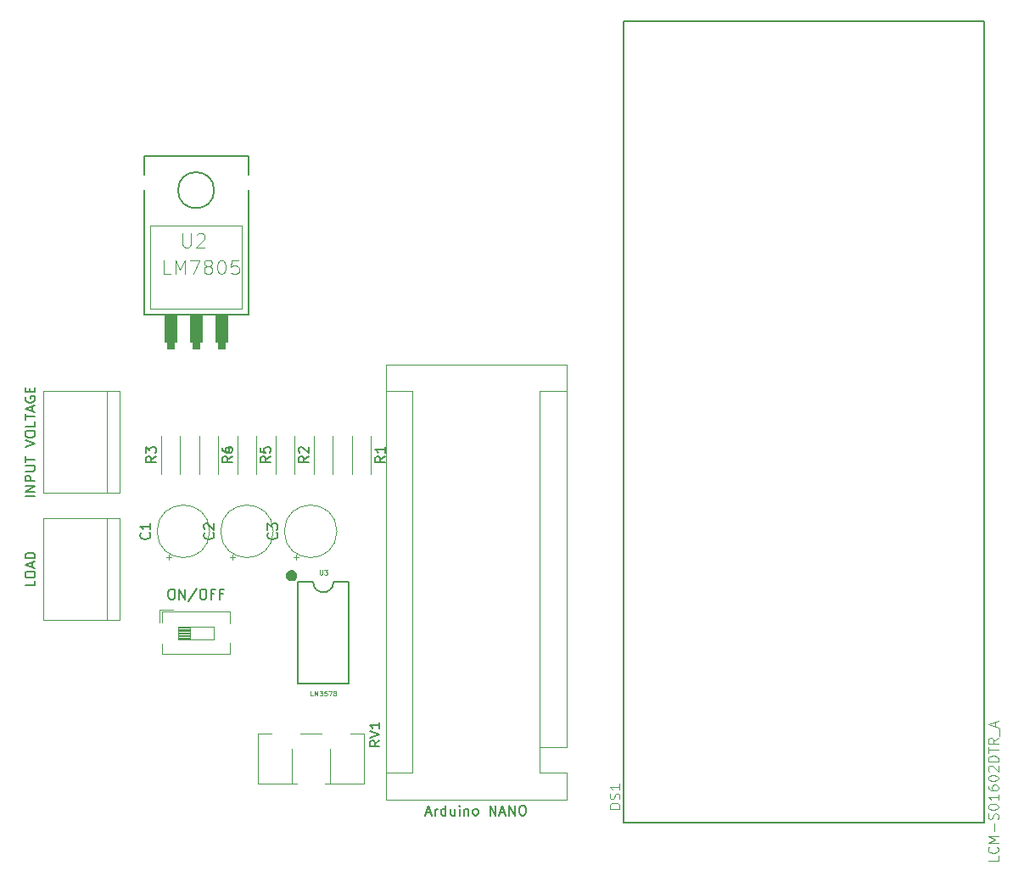
<source format=gto>
G04 #@! TF.GenerationSoftware,KiCad,Pcbnew,(5.1.2)-2*
G04 #@! TF.CreationDate,2019-09-02T15:00:53-07:00*
G04 #@! TF.ProjectId,watt meter,77617474-206d-4657-9465-722e6b696361,rev?*
G04 #@! TF.SameCoordinates,Original*
G04 #@! TF.FileFunction,Legend,Top*
G04 #@! TF.FilePolarity,Positive*
%FSLAX46Y46*%
G04 Gerber Fmt 4.6, Leading zero omitted, Abs format (unit mm)*
G04 Created by KiCad (PCBNEW (5.1.2)-2) date 2019-09-02 15:00:53*
%MOMM*%
%LPD*%
G04 APERTURE LIST*
%ADD10C,0.120000*%
%ADD11C,0.127000*%
%ADD12C,0.050800*%
%ADD13C,0.100000*%
%ADD14C,0.203200*%
%ADD15C,0.150000*%
%ADD16C,0.050000*%
G04 APERTURE END LIST*
D10*
X114300000Y-111760000D02*
X114300000Y-114300000D01*
X114300000Y-114300000D02*
X116970000Y-114300000D01*
X116970000Y-111760000D02*
X116970000Y-73530000D01*
X116970000Y-116970000D02*
X116970000Y-114300000D01*
X101600000Y-114300000D02*
X98930000Y-114300000D01*
X101600000Y-114300000D02*
X101600000Y-76200000D01*
X101600000Y-76200000D02*
X98930000Y-76200000D01*
X114300000Y-111760000D02*
X116970000Y-111760000D01*
X114300000Y-111760000D02*
X114300000Y-76200000D01*
X114300000Y-76200000D02*
X116970000Y-76200000D01*
X116970000Y-73530000D02*
X98930000Y-73530000D01*
X98930000Y-73530000D02*
X98930000Y-116970000D01*
X98930000Y-116970000D02*
X116970000Y-116970000D01*
X77015000Y-92744775D02*
X77515000Y-92744775D01*
X77265000Y-92994775D02*
X77265000Y-92494775D01*
X81360000Y-90190000D02*
G75*
G03X81360000Y-90190000I-2620000J0D01*
G01*
X87710000Y-90190000D02*
G75*
G03X87710000Y-90190000I-2620000J0D01*
G01*
X83615000Y-92994775D02*
X83615000Y-92494775D01*
X83365000Y-92744775D02*
X83865000Y-92744775D01*
X94060000Y-90190000D02*
G75*
G03X94060000Y-90190000I-2620000J0D01*
G01*
X89965000Y-92994775D02*
X89965000Y-92494775D01*
X89715000Y-92744775D02*
X90215000Y-92744775D01*
D11*
X122670000Y-119290000D02*
X158670000Y-119290000D01*
X158670000Y-119290000D02*
X158670000Y-39290000D01*
X158670000Y-39290000D02*
X122670000Y-39290000D01*
X122670000Y-39290000D02*
X122670000Y-119290000D01*
D10*
X71120000Y-76200000D02*
X71120000Y-86360000D01*
X72390000Y-76200000D02*
X64770000Y-76200000D01*
X64770000Y-76200000D02*
X64770000Y-86360000D01*
X64770000Y-86360000D02*
X72390000Y-86360000D01*
X72390000Y-86360000D02*
X72390000Y-76200000D01*
X72390000Y-99060000D02*
X72390000Y-88900000D01*
X64770000Y-99060000D02*
X72390000Y-99060000D01*
X64770000Y-88900000D02*
X64770000Y-99060000D01*
X72390000Y-88900000D02*
X64770000Y-88900000D01*
X71120000Y-88900000D02*
X71120000Y-99060000D01*
X95600000Y-80630000D02*
X95600000Y-84470000D01*
X97440000Y-80630000D02*
X97440000Y-84470000D01*
X91790000Y-84470000D02*
X91790000Y-80630000D01*
X93630000Y-84470000D02*
X93630000Y-80630000D01*
X76550000Y-84470000D02*
X76550000Y-80630000D01*
X78390000Y-84470000D02*
X78390000Y-80630000D01*
X80360000Y-80630000D02*
X80360000Y-84470000D01*
X82200000Y-80630000D02*
X82200000Y-84470000D01*
X87980000Y-84470000D02*
X87980000Y-80630000D01*
X89820000Y-84470000D02*
X89820000Y-80630000D01*
X86010000Y-84470000D02*
X86010000Y-80630000D01*
X84170000Y-84470000D02*
X84170000Y-80630000D01*
X96751000Y-110369000D02*
X96751000Y-115410000D01*
X86210000Y-110369000D02*
X86210000Y-115410000D01*
X96751000Y-115410000D02*
X92905000Y-115410000D01*
X90055000Y-115410000D02*
X86210000Y-115410000D01*
X87555000Y-110369000D02*
X86210000Y-110369000D01*
X96751000Y-110369000D02*
X95406000Y-110369000D01*
X92554000Y-110369000D02*
X90405000Y-110369000D01*
X93350000Y-111871000D02*
X93350000Y-115410000D01*
X89610000Y-111871000D02*
X89610000Y-115410000D01*
X92554000Y-110369000D02*
X90405000Y-110369000D01*
X93350000Y-115410000D02*
X92905000Y-115410000D01*
X90055000Y-115410000D02*
X89610000Y-115410000D01*
X76600000Y-98220000D02*
X83421000Y-98220000D01*
X76600000Y-102440000D02*
X83421000Y-102440000D01*
X76600000Y-98220000D02*
X76600000Y-99290000D01*
X76600000Y-101370000D02*
X76600000Y-102440000D01*
X83421000Y-98220000D02*
X83421000Y-99340000D01*
X83421000Y-101320000D02*
X83421000Y-102440000D01*
X76360000Y-97980000D02*
X77743000Y-97980000D01*
X76360000Y-97980000D02*
X76360000Y-99290000D01*
X78200000Y-99695000D02*
X78200000Y-100965000D01*
X78200000Y-100965000D02*
X81820000Y-100965000D01*
X81820000Y-100965000D02*
X81820000Y-99695000D01*
X81820000Y-99695000D02*
X78200000Y-99695000D01*
X78200000Y-99815000D02*
X79406667Y-99815000D01*
X78200000Y-99935000D02*
X79406667Y-99935000D01*
X78200000Y-100055000D02*
X79406667Y-100055000D01*
X78200000Y-100175000D02*
X79406667Y-100175000D01*
X78200000Y-100295000D02*
X79406667Y-100295000D01*
X78200000Y-100415000D02*
X79406667Y-100415000D01*
X78200000Y-100535000D02*
X79406667Y-100535000D01*
X78200000Y-100655000D02*
X79406667Y-100655000D01*
X78200000Y-100775000D02*
X79406667Y-100775000D01*
X78200000Y-100895000D02*
X79406667Y-100895000D01*
X79406667Y-99695000D02*
X79406667Y-100965000D01*
D11*
X74803000Y-68580000D02*
X85217000Y-68580000D01*
X85217000Y-52705000D02*
X74803000Y-52705000D01*
X85217000Y-68580000D02*
X85217000Y-56134000D01*
X85217000Y-54610000D02*
X85217000Y-52705000D01*
X74803000Y-68580000D02*
X74803000Y-56134000D01*
X74803000Y-54610000D02*
X74803000Y-52705000D01*
D12*
X75438000Y-67945000D02*
X84582000Y-67945000D01*
X84582000Y-59690000D02*
X84582000Y-67945000D01*
X84582000Y-59690000D02*
X75438000Y-59690000D01*
X75438000Y-67945000D02*
X75438000Y-59690000D01*
D11*
X81813400Y-56134000D02*
G75*
G03X81813400Y-56134000I-1803400J0D01*
G01*
D13*
G36*
X82169740Y-71374000D02*
G01*
X82931000Y-71374000D01*
X82931000Y-72010610D01*
X82169740Y-72010610D01*
X82169740Y-71374000D01*
G37*
G36*
X79628823Y-71374000D02*
G01*
X80391000Y-71374000D01*
X80391000Y-72011190D01*
X79628823Y-72011190D01*
X79628823Y-71374000D01*
G37*
G36*
X77087710Y-71374000D02*
G01*
X77851000Y-71374000D01*
X77851000Y-72011080D01*
X77087710Y-72011080D01*
X77087710Y-71374000D01*
G37*
G36*
X76829460Y-68580000D02*
G01*
X78105000Y-68580000D01*
X78105000Y-71381090D01*
X76829460Y-71381090D01*
X76829460Y-68580000D01*
G37*
G36*
X79374119Y-68580000D02*
G01*
X80645000Y-68580000D01*
X80645000Y-71379640D01*
X79374119Y-71379640D01*
X79374119Y-68580000D01*
G37*
G36*
X81917130Y-68580000D02*
G01*
X83185000Y-68580000D01*
X83185000Y-71378550D01*
X81917130Y-71378550D01*
X81917130Y-68580000D01*
G37*
D14*
X95250000Y-105410000D02*
X95250000Y-95250000D01*
X90170000Y-95250000D02*
X90170000Y-105410000D01*
X95250000Y-105410000D02*
X90170000Y-105410000D01*
X95250000Y-95250000D02*
X93726000Y-95250000D01*
X90170000Y-95250000D02*
X91694000Y-95250000D01*
X91694000Y-95250000D02*
G75*
G03X93726000Y-95250000I1016000J0D01*
G01*
D11*
G36*
X89535000Y-94138750D02*
G01*
X89547470Y-94138750D01*
X89572380Y-94140060D01*
X89597180Y-94142660D01*
X89621820Y-94146560D01*
X89646210Y-94151750D01*
X89670310Y-94158200D01*
X89694030Y-94165910D01*
X89717310Y-94174850D01*
X89740100Y-94185000D01*
X89762320Y-94196320D01*
X89783920Y-94208790D01*
X89804840Y-94222370D01*
X89825020Y-94237030D01*
X89844400Y-94252730D01*
X89862940Y-94269420D01*
X89880580Y-94287060D01*
X89897270Y-94305590D01*
X89912960Y-94324980D01*
X89927620Y-94345150D01*
X89941210Y-94366070D01*
X89953680Y-94387670D01*
X89965000Y-94409900D01*
X89975150Y-94432680D01*
X89984090Y-94455970D01*
X89991790Y-94479690D01*
X89998250Y-94503780D01*
X90003440Y-94528180D01*
X90007340Y-94552810D01*
X90009940Y-94577620D01*
X90011250Y-94602530D01*
X90011250Y-94615000D01*
X90011250Y-94627470D01*
X90009940Y-94652380D01*
X90007340Y-94677180D01*
X90003440Y-94701820D01*
X89998250Y-94726210D01*
X89991800Y-94750310D01*
X89984090Y-94774030D01*
X89975150Y-94797310D01*
X89965000Y-94820100D01*
X89953680Y-94842320D01*
X89941210Y-94863920D01*
X89927630Y-94884840D01*
X89912970Y-94905020D01*
X89897270Y-94924400D01*
X89880580Y-94942940D01*
X89862940Y-94960580D01*
X89844410Y-94977270D01*
X89825020Y-94992960D01*
X89804850Y-95007620D01*
X89783930Y-95021210D01*
X89762330Y-95033680D01*
X89740100Y-95045000D01*
X89717320Y-95055150D01*
X89694030Y-95064090D01*
X89670310Y-95071790D01*
X89646220Y-95078250D01*
X89621820Y-95083440D01*
X89597190Y-95087340D01*
X89572380Y-95089940D01*
X89547470Y-95091250D01*
X89535000Y-95091250D01*
X89522530Y-95091250D01*
X89497620Y-95089940D01*
X89472820Y-95087340D01*
X89448180Y-95083440D01*
X89423790Y-95078250D01*
X89399690Y-95071800D01*
X89375970Y-95064090D01*
X89352690Y-95055150D01*
X89329900Y-95045000D01*
X89307680Y-95033680D01*
X89286080Y-95021210D01*
X89265160Y-95007630D01*
X89244980Y-94992970D01*
X89225600Y-94977270D01*
X89207060Y-94960580D01*
X89189420Y-94942940D01*
X89172730Y-94924410D01*
X89157040Y-94905020D01*
X89142380Y-94884850D01*
X89128790Y-94863930D01*
X89116320Y-94842330D01*
X89105000Y-94820100D01*
X89094850Y-94797320D01*
X89085910Y-94774030D01*
X89078210Y-94750310D01*
X89071750Y-94726220D01*
X89066560Y-94701820D01*
X89062660Y-94677190D01*
X89060060Y-94652380D01*
X89058750Y-94627470D01*
X89058750Y-94615000D01*
X89058750Y-94602530D01*
X89060060Y-94577620D01*
X89062660Y-94552820D01*
X89066560Y-94528180D01*
X89071750Y-94503790D01*
X89078200Y-94479690D01*
X89085910Y-94455970D01*
X89094850Y-94432690D01*
X89105000Y-94409900D01*
X89116320Y-94387680D01*
X89128790Y-94366080D01*
X89142370Y-94345160D01*
X89157030Y-94324980D01*
X89172730Y-94305600D01*
X89189420Y-94287060D01*
X89207060Y-94269420D01*
X89225590Y-94252730D01*
X89244980Y-94237040D01*
X89265150Y-94222380D01*
X89286070Y-94208790D01*
X89307670Y-94196320D01*
X89329900Y-94185000D01*
X89352680Y-94174850D01*
X89375970Y-94165910D01*
X89399690Y-94158210D01*
X89423780Y-94151750D01*
X89448180Y-94146560D01*
X89472810Y-94142660D01*
X89497620Y-94140060D01*
X89522530Y-94138750D01*
X89535000Y-94138750D01*
G37*
X89535000Y-94138750D02*
X89547470Y-94138750D01*
X89572380Y-94140060D01*
X89597180Y-94142660D01*
X89621820Y-94146560D01*
X89646210Y-94151750D01*
X89670310Y-94158200D01*
X89694030Y-94165910D01*
X89717310Y-94174850D01*
X89740100Y-94185000D01*
X89762320Y-94196320D01*
X89783920Y-94208790D01*
X89804840Y-94222370D01*
X89825020Y-94237030D01*
X89844400Y-94252730D01*
X89862940Y-94269420D01*
X89880580Y-94287060D01*
X89897270Y-94305590D01*
X89912960Y-94324980D01*
X89927620Y-94345150D01*
X89941210Y-94366070D01*
X89953680Y-94387670D01*
X89965000Y-94409900D01*
X89975150Y-94432680D01*
X89984090Y-94455970D01*
X89991790Y-94479690D01*
X89998250Y-94503780D01*
X90003440Y-94528180D01*
X90007340Y-94552810D01*
X90009940Y-94577620D01*
X90011250Y-94602530D01*
X90011250Y-94615000D01*
X90011250Y-94627470D01*
X90009940Y-94652380D01*
X90007340Y-94677180D01*
X90003440Y-94701820D01*
X89998250Y-94726210D01*
X89991800Y-94750310D01*
X89984090Y-94774030D01*
X89975150Y-94797310D01*
X89965000Y-94820100D01*
X89953680Y-94842320D01*
X89941210Y-94863920D01*
X89927630Y-94884840D01*
X89912970Y-94905020D01*
X89897270Y-94924400D01*
X89880580Y-94942940D01*
X89862940Y-94960580D01*
X89844410Y-94977270D01*
X89825020Y-94992960D01*
X89804850Y-95007620D01*
X89783930Y-95021210D01*
X89762330Y-95033680D01*
X89740100Y-95045000D01*
X89717320Y-95055150D01*
X89694030Y-95064090D01*
X89670310Y-95071790D01*
X89646220Y-95078250D01*
X89621820Y-95083440D01*
X89597190Y-95087340D01*
X89572380Y-95089940D01*
X89547470Y-95091250D01*
X89535000Y-95091250D01*
X89522530Y-95091250D01*
X89497620Y-95089940D01*
X89472820Y-95087340D01*
X89448180Y-95083440D01*
X89423790Y-95078250D01*
X89399690Y-95071800D01*
X89375970Y-95064090D01*
X89352690Y-95055150D01*
X89329900Y-95045000D01*
X89307680Y-95033680D01*
X89286080Y-95021210D01*
X89265160Y-95007630D01*
X89244980Y-94992970D01*
X89225600Y-94977270D01*
X89207060Y-94960580D01*
X89189420Y-94942940D01*
X89172730Y-94924410D01*
X89157040Y-94905020D01*
X89142380Y-94884850D01*
X89128790Y-94863930D01*
X89116320Y-94842330D01*
X89105000Y-94820100D01*
X89094850Y-94797320D01*
X89085910Y-94774030D01*
X89078210Y-94750310D01*
X89071750Y-94726220D01*
X89066560Y-94701820D01*
X89062660Y-94677190D01*
X89060060Y-94652380D01*
X89058750Y-94627470D01*
X89058750Y-94615000D01*
X89058750Y-94602530D01*
X89060060Y-94577620D01*
X89062660Y-94552820D01*
X89066560Y-94528180D01*
X89071750Y-94503790D01*
X89078200Y-94479690D01*
X89085910Y-94455970D01*
X89094850Y-94432690D01*
X89105000Y-94409900D01*
X89116320Y-94387680D01*
X89128790Y-94366080D01*
X89142370Y-94345160D01*
X89157030Y-94324980D01*
X89172730Y-94305600D01*
X89189420Y-94287060D01*
X89207060Y-94269420D01*
X89225590Y-94252730D01*
X89244980Y-94237040D01*
X89265150Y-94222380D01*
X89286070Y-94208790D01*
X89307670Y-94196320D01*
X89329900Y-94185000D01*
X89352680Y-94174850D01*
X89375970Y-94165910D01*
X89399690Y-94158210D01*
X89423780Y-94151750D01*
X89448180Y-94146560D01*
X89472810Y-94142660D01*
X89497620Y-94140060D01*
X89522530Y-94138750D01*
X89535000Y-94138750D01*
D15*
X102973809Y-118276666D02*
X103450000Y-118276666D01*
X102878571Y-118562380D02*
X103211904Y-117562380D01*
X103545238Y-118562380D01*
X103878571Y-118562380D02*
X103878571Y-117895714D01*
X103878571Y-118086190D02*
X103926190Y-117990952D01*
X103973809Y-117943333D01*
X104069047Y-117895714D01*
X104164285Y-117895714D01*
X104926190Y-118562380D02*
X104926190Y-117562380D01*
X104926190Y-118514761D02*
X104830952Y-118562380D01*
X104640476Y-118562380D01*
X104545238Y-118514761D01*
X104497619Y-118467142D01*
X104450000Y-118371904D01*
X104450000Y-118086190D01*
X104497619Y-117990952D01*
X104545238Y-117943333D01*
X104640476Y-117895714D01*
X104830952Y-117895714D01*
X104926190Y-117943333D01*
X105830952Y-117895714D02*
X105830952Y-118562380D01*
X105402380Y-117895714D02*
X105402380Y-118419523D01*
X105450000Y-118514761D01*
X105545238Y-118562380D01*
X105688095Y-118562380D01*
X105783333Y-118514761D01*
X105830952Y-118467142D01*
X106307142Y-118562380D02*
X106307142Y-117895714D01*
X106307142Y-117562380D02*
X106259523Y-117610000D01*
X106307142Y-117657619D01*
X106354761Y-117610000D01*
X106307142Y-117562380D01*
X106307142Y-117657619D01*
X106783333Y-117895714D02*
X106783333Y-118562380D01*
X106783333Y-117990952D02*
X106830952Y-117943333D01*
X106926190Y-117895714D01*
X107069047Y-117895714D01*
X107164285Y-117943333D01*
X107211904Y-118038571D01*
X107211904Y-118562380D01*
X107830952Y-118562380D02*
X107735714Y-118514761D01*
X107688095Y-118467142D01*
X107640476Y-118371904D01*
X107640476Y-118086190D01*
X107688095Y-117990952D01*
X107735714Y-117943333D01*
X107830952Y-117895714D01*
X107973809Y-117895714D01*
X108069047Y-117943333D01*
X108116666Y-117990952D01*
X108164285Y-118086190D01*
X108164285Y-118371904D01*
X108116666Y-118467142D01*
X108069047Y-118514761D01*
X107973809Y-118562380D01*
X107830952Y-118562380D01*
X109354761Y-118562380D02*
X109354761Y-117562380D01*
X109926190Y-118562380D01*
X109926190Y-117562380D01*
X110354761Y-118276666D02*
X110830952Y-118276666D01*
X110259523Y-118562380D02*
X110592857Y-117562380D01*
X110926190Y-118562380D01*
X111259523Y-118562380D02*
X111259523Y-117562380D01*
X111830952Y-118562380D01*
X111830952Y-117562380D01*
X112497619Y-117562380D02*
X112688095Y-117562380D01*
X112783333Y-117610000D01*
X112878571Y-117705238D01*
X112926190Y-117895714D01*
X112926190Y-118229047D01*
X112878571Y-118419523D01*
X112783333Y-118514761D01*
X112688095Y-118562380D01*
X112497619Y-118562380D01*
X112402380Y-118514761D01*
X112307142Y-118419523D01*
X112259523Y-118229047D01*
X112259523Y-117895714D01*
X112307142Y-117705238D01*
X112402380Y-117610000D01*
X112497619Y-117562380D01*
X75347142Y-90356666D02*
X75394761Y-90404285D01*
X75442380Y-90547142D01*
X75442380Y-90642380D01*
X75394761Y-90785238D01*
X75299523Y-90880476D01*
X75204285Y-90928095D01*
X75013809Y-90975714D01*
X74870952Y-90975714D01*
X74680476Y-90928095D01*
X74585238Y-90880476D01*
X74490000Y-90785238D01*
X74442380Y-90642380D01*
X74442380Y-90547142D01*
X74490000Y-90404285D01*
X74537619Y-90356666D01*
X75442380Y-89404285D02*
X75442380Y-89975714D01*
X75442380Y-89690000D02*
X74442380Y-89690000D01*
X74585238Y-89785238D01*
X74680476Y-89880476D01*
X74728095Y-89975714D01*
X81697142Y-90356666D02*
X81744761Y-90404285D01*
X81792380Y-90547142D01*
X81792380Y-90642380D01*
X81744761Y-90785238D01*
X81649523Y-90880476D01*
X81554285Y-90928095D01*
X81363809Y-90975714D01*
X81220952Y-90975714D01*
X81030476Y-90928095D01*
X80935238Y-90880476D01*
X80840000Y-90785238D01*
X80792380Y-90642380D01*
X80792380Y-90547142D01*
X80840000Y-90404285D01*
X80887619Y-90356666D01*
X80887619Y-89975714D02*
X80840000Y-89928095D01*
X80792380Y-89832857D01*
X80792380Y-89594761D01*
X80840000Y-89499523D01*
X80887619Y-89451904D01*
X80982857Y-89404285D01*
X81078095Y-89404285D01*
X81220952Y-89451904D01*
X81792380Y-90023333D01*
X81792380Y-89404285D01*
X88047142Y-90356666D02*
X88094761Y-90404285D01*
X88142380Y-90547142D01*
X88142380Y-90642380D01*
X88094761Y-90785238D01*
X87999523Y-90880476D01*
X87904285Y-90928095D01*
X87713809Y-90975714D01*
X87570952Y-90975714D01*
X87380476Y-90928095D01*
X87285238Y-90880476D01*
X87190000Y-90785238D01*
X87142380Y-90642380D01*
X87142380Y-90547142D01*
X87190000Y-90404285D01*
X87237619Y-90356666D01*
X87142380Y-90023333D02*
X87142380Y-89404285D01*
X87523333Y-89737619D01*
X87523333Y-89594761D01*
X87570952Y-89499523D01*
X87618571Y-89451904D01*
X87713809Y-89404285D01*
X87951904Y-89404285D01*
X88047142Y-89451904D01*
X88094761Y-89499523D01*
X88142380Y-89594761D01*
X88142380Y-89880476D01*
X88094761Y-89975714D01*
X88047142Y-90023333D01*
D16*
X122281425Y-117876874D02*
X121281105Y-117876874D01*
X121281105Y-117638702D01*
X121328740Y-117495800D01*
X121424008Y-117400531D01*
X121519277Y-117352897D01*
X121709814Y-117305262D01*
X121852717Y-117305262D01*
X122043254Y-117352897D01*
X122138522Y-117400531D01*
X122233791Y-117495800D01*
X122281425Y-117638702D01*
X122281425Y-117876874D01*
X122233791Y-116924188D02*
X122281425Y-116781285D01*
X122281425Y-116543114D01*
X122233791Y-116447845D01*
X122186157Y-116400211D01*
X122090888Y-116352577D01*
X121995620Y-116352577D01*
X121900351Y-116400211D01*
X121852717Y-116447845D01*
X121805082Y-116543114D01*
X121757448Y-116733651D01*
X121709814Y-116828920D01*
X121662180Y-116876554D01*
X121566911Y-116924188D01*
X121471642Y-116924188D01*
X121376374Y-116876554D01*
X121328740Y-116828920D01*
X121281105Y-116733651D01*
X121281105Y-116495480D01*
X121328740Y-116352577D01*
X122281425Y-115399891D02*
X122281425Y-115971502D01*
X122281425Y-115685697D02*
X121281105Y-115685697D01*
X121424008Y-115780965D01*
X121519277Y-115876234D01*
X121566911Y-115971502D01*
X160062064Y-122600164D02*
X160062064Y-123076969D01*
X159060774Y-123076969D01*
X159966703Y-121694235D02*
X160014384Y-121741915D01*
X160062064Y-121884957D01*
X160062064Y-121980318D01*
X160014384Y-122123359D01*
X159919023Y-122218720D01*
X159823662Y-122266400D01*
X159632940Y-122314081D01*
X159489898Y-122314081D01*
X159299176Y-122266400D01*
X159203815Y-122218720D01*
X159108455Y-122123359D01*
X159060774Y-121980318D01*
X159060774Y-121884957D01*
X159108455Y-121741915D01*
X159156135Y-121694235D01*
X160062064Y-121265110D02*
X159060774Y-121265110D01*
X159775981Y-120931347D01*
X159060774Y-120597584D01*
X160062064Y-120597584D01*
X159680620Y-120120779D02*
X159680620Y-119357891D01*
X160014384Y-118928767D02*
X160062064Y-118785726D01*
X160062064Y-118547323D01*
X160014384Y-118451962D01*
X159966703Y-118404282D01*
X159871342Y-118356601D01*
X159775981Y-118356601D01*
X159680620Y-118404282D01*
X159632940Y-118451962D01*
X159585259Y-118547323D01*
X159537579Y-118738045D01*
X159489898Y-118833406D01*
X159442218Y-118881087D01*
X159346857Y-118928767D01*
X159251496Y-118928767D01*
X159156135Y-118881087D01*
X159108455Y-118833406D01*
X159060774Y-118738045D01*
X159060774Y-118499643D01*
X159108455Y-118356601D01*
X159060774Y-117736755D02*
X159060774Y-117641394D01*
X159108455Y-117546033D01*
X159156135Y-117498353D01*
X159251496Y-117450672D01*
X159442218Y-117402992D01*
X159680620Y-117402992D01*
X159871342Y-117450672D01*
X159966703Y-117498353D01*
X160014384Y-117546033D01*
X160062064Y-117641394D01*
X160062064Y-117736755D01*
X160014384Y-117832116D01*
X159966703Y-117879797D01*
X159871342Y-117927477D01*
X159680620Y-117975158D01*
X159442218Y-117975158D01*
X159251496Y-117927477D01*
X159156135Y-117879797D01*
X159108455Y-117832116D01*
X159060774Y-117736755D01*
X160062064Y-116449382D02*
X160062064Y-117021548D01*
X160062064Y-116735465D02*
X159060774Y-116735465D01*
X159203815Y-116830826D01*
X159299176Y-116926187D01*
X159346857Y-117021548D01*
X159060774Y-115591134D02*
X159060774Y-115781856D01*
X159108455Y-115877217D01*
X159156135Y-115924897D01*
X159299176Y-116020258D01*
X159489898Y-116067939D01*
X159871342Y-116067939D01*
X159966703Y-116020258D01*
X160014384Y-115972578D01*
X160062064Y-115877217D01*
X160062064Y-115686495D01*
X160014384Y-115591134D01*
X159966703Y-115543453D01*
X159871342Y-115495773D01*
X159632940Y-115495773D01*
X159537579Y-115543453D01*
X159489898Y-115591134D01*
X159442218Y-115686495D01*
X159442218Y-115877217D01*
X159489898Y-115972578D01*
X159537579Y-116020258D01*
X159632940Y-116067939D01*
X159060774Y-114875927D02*
X159060774Y-114780566D01*
X159108455Y-114685205D01*
X159156135Y-114637524D01*
X159251496Y-114589844D01*
X159442218Y-114542163D01*
X159680620Y-114542163D01*
X159871342Y-114589844D01*
X159966703Y-114637524D01*
X160014384Y-114685205D01*
X160062064Y-114780566D01*
X160062064Y-114875927D01*
X160014384Y-114971288D01*
X159966703Y-115018968D01*
X159871342Y-115066649D01*
X159680620Y-115114329D01*
X159442218Y-115114329D01*
X159251496Y-115066649D01*
X159156135Y-115018968D01*
X159108455Y-114971288D01*
X159060774Y-114875927D01*
X159156135Y-114160720D02*
X159108455Y-114113039D01*
X159060774Y-114017678D01*
X159060774Y-113779276D01*
X159108455Y-113683915D01*
X159156135Y-113636234D01*
X159251496Y-113588554D01*
X159346857Y-113588554D01*
X159489898Y-113636234D01*
X160062064Y-114208400D01*
X160062064Y-113588554D01*
X160062064Y-113159430D02*
X159060774Y-113159430D01*
X159060774Y-112921027D01*
X159108455Y-112777986D01*
X159203815Y-112682625D01*
X159299176Y-112634944D01*
X159489898Y-112587264D01*
X159632940Y-112587264D01*
X159823662Y-112634944D01*
X159919023Y-112682625D01*
X160014384Y-112777986D01*
X160062064Y-112921027D01*
X160062064Y-113159430D01*
X159060774Y-112301181D02*
X159060774Y-111729015D01*
X160062064Y-112015098D02*
X159060774Y-112015098D01*
X160062064Y-110823086D02*
X159585259Y-111156850D01*
X160062064Y-111395252D02*
X159060774Y-111395252D01*
X159060774Y-111013808D01*
X159108455Y-110918447D01*
X159156135Y-110870767D01*
X159251496Y-110823086D01*
X159394537Y-110823086D01*
X159489898Y-110870767D01*
X159537579Y-110918447D01*
X159585259Y-111013808D01*
X159585259Y-111395252D01*
X160157425Y-110632364D02*
X160157425Y-109869477D01*
X159775981Y-109678755D02*
X159775981Y-109201950D01*
X160062064Y-109774116D02*
X159060774Y-109440352D01*
X160062064Y-109106589D01*
D15*
X63952380Y-86708571D02*
X62952380Y-86708571D01*
X63952380Y-86232380D02*
X62952380Y-86232380D01*
X63952380Y-85660952D01*
X62952380Y-85660952D01*
X63952380Y-85184761D02*
X62952380Y-85184761D01*
X62952380Y-84803809D01*
X63000000Y-84708571D01*
X63047619Y-84660952D01*
X63142857Y-84613333D01*
X63285714Y-84613333D01*
X63380952Y-84660952D01*
X63428571Y-84708571D01*
X63476190Y-84803809D01*
X63476190Y-85184761D01*
X62952380Y-84184761D02*
X63761904Y-84184761D01*
X63857142Y-84137142D01*
X63904761Y-84089523D01*
X63952380Y-83994285D01*
X63952380Y-83803809D01*
X63904761Y-83708571D01*
X63857142Y-83660952D01*
X63761904Y-83613333D01*
X62952380Y-83613333D01*
X62952380Y-83280000D02*
X62952380Y-82708571D01*
X63952380Y-82994285D02*
X62952380Y-82994285D01*
X62952380Y-81756190D02*
X63952380Y-81422857D01*
X62952380Y-81089523D01*
X62952380Y-80565714D02*
X62952380Y-80375238D01*
X63000000Y-80280000D01*
X63095238Y-80184761D01*
X63285714Y-80137142D01*
X63619047Y-80137142D01*
X63809523Y-80184761D01*
X63904761Y-80280000D01*
X63952380Y-80375238D01*
X63952380Y-80565714D01*
X63904761Y-80660952D01*
X63809523Y-80756190D01*
X63619047Y-80803809D01*
X63285714Y-80803809D01*
X63095238Y-80756190D01*
X63000000Y-80660952D01*
X62952380Y-80565714D01*
X63952380Y-79232380D02*
X63952380Y-79708571D01*
X62952380Y-79708571D01*
X62952380Y-79041904D02*
X62952380Y-78470476D01*
X63952380Y-78756190D02*
X62952380Y-78756190D01*
X63666666Y-78184761D02*
X63666666Y-77708571D01*
X63952380Y-78280000D02*
X62952380Y-77946666D01*
X63952380Y-77613333D01*
X63000000Y-76756190D02*
X62952380Y-76851428D01*
X62952380Y-76994285D01*
X63000000Y-77137142D01*
X63095238Y-77232380D01*
X63190476Y-77280000D01*
X63380952Y-77327619D01*
X63523809Y-77327619D01*
X63714285Y-77280000D01*
X63809523Y-77232380D01*
X63904761Y-77137142D01*
X63952380Y-76994285D01*
X63952380Y-76899047D01*
X63904761Y-76756190D01*
X63857142Y-76708571D01*
X63523809Y-76708571D01*
X63523809Y-76899047D01*
X63428571Y-76280000D02*
X63428571Y-75946666D01*
X63952380Y-75803809D02*
X63952380Y-76280000D01*
X62952380Y-76280000D01*
X62952380Y-75803809D01*
X63952380Y-95122857D02*
X63952380Y-95599047D01*
X62952380Y-95599047D01*
X62952380Y-94599047D02*
X62952380Y-94408571D01*
X63000000Y-94313333D01*
X63095238Y-94218095D01*
X63285714Y-94170476D01*
X63619047Y-94170476D01*
X63809523Y-94218095D01*
X63904761Y-94313333D01*
X63952380Y-94408571D01*
X63952380Y-94599047D01*
X63904761Y-94694285D01*
X63809523Y-94789523D01*
X63619047Y-94837142D01*
X63285714Y-94837142D01*
X63095238Y-94789523D01*
X63000000Y-94694285D01*
X62952380Y-94599047D01*
X63666666Y-93789523D02*
X63666666Y-93313333D01*
X63952380Y-93884761D02*
X62952380Y-93551428D01*
X63952380Y-93218095D01*
X63952380Y-92884761D02*
X62952380Y-92884761D01*
X62952380Y-92646666D01*
X63000000Y-92503809D01*
X63095238Y-92408571D01*
X63190476Y-92360952D01*
X63380952Y-92313333D01*
X63523809Y-92313333D01*
X63714285Y-92360952D01*
X63809523Y-92408571D01*
X63904761Y-92503809D01*
X63952380Y-92646666D01*
X63952380Y-92884761D01*
X98892380Y-82716666D02*
X98416190Y-83050000D01*
X98892380Y-83288095D02*
X97892380Y-83288095D01*
X97892380Y-82907142D01*
X97940000Y-82811904D01*
X97987619Y-82764285D01*
X98082857Y-82716666D01*
X98225714Y-82716666D01*
X98320952Y-82764285D01*
X98368571Y-82811904D01*
X98416190Y-82907142D01*
X98416190Y-83288095D01*
X98892380Y-81764285D02*
X98892380Y-82335714D01*
X98892380Y-82050000D02*
X97892380Y-82050000D01*
X98035238Y-82145238D01*
X98130476Y-82240476D01*
X98178095Y-82335714D01*
X91242380Y-82716666D02*
X90766190Y-83050000D01*
X91242380Y-83288095D02*
X90242380Y-83288095D01*
X90242380Y-82907142D01*
X90290000Y-82811904D01*
X90337619Y-82764285D01*
X90432857Y-82716666D01*
X90575714Y-82716666D01*
X90670952Y-82764285D01*
X90718571Y-82811904D01*
X90766190Y-82907142D01*
X90766190Y-83288095D01*
X90337619Y-82335714D02*
X90290000Y-82288095D01*
X90242380Y-82192857D01*
X90242380Y-81954761D01*
X90290000Y-81859523D01*
X90337619Y-81811904D01*
X90432857Y-81764285D01*
X90528095Y-81764285D01*
X90670952Y-81811904D01*
X91242380Y-82383333D01*
X91242380Y-81764285D01*
X76002380Y-82716666D02*
X75526190Y-83050000D01*
X76002380Y-83288095D02*
X75002380Y-83288095D01*
X75002380Y-82907142D01*
X75050000Y-82811904D01*
X75097619Y-82764285D01*
X75192857Y-82716666D01*
X75335714Y-82716666D01*
X75430952Y-82764285D01*
X75478571Y-82811904D01*
X75526190Y-82907142D01*
X75526190Y-83288095D01*
X75002380Y-82383333D02*
X75002380Y-81764285D01*
X75383333Y-82097619D01*
X75383333Y-81954761D01*
X75430952Y-81859523D01*
X75478571Y-81811904D01*
X75573809Y-81764285D01*
X75811904Y-81764285D01*
X75907142Y-81811904D01*
X75954761Y-81859523D01*
X76002380Y-81954761D01*
X76002380Y-82240476D01*
X75954761Y-82335714D01*
X75907142Y-82383333D01*
X83652380Y-82716666D02*
X83176190Y-83050000D01*
X83652380Y-83288095D02*
X82652380Y-83288095D01*
X82652380Y-82907142D01*
X82700000Y-82811904D01*
X82747619Y-82764285D01*
X82842857Y-82716666D01*
X82985714Y-82716666D01*
X83080952Y-82764285D01*
X83128571Y-82811904D01*
X83176190Y-82907142D01*
X83176190Y-83288095D01*
X82985714Y-81859523D02*
X83652380Y-81859523D01*
X82604761Y-82097619D02*
X83319047Y-82335714D01*
X83319047Y-81716666D01*
X87432380Y-82716666D02*
X86956190Y-83050000D01*
X87432380Y-83288095D02*
X86432380Y-83288095D01*
X86432380Y-82907142D01*
X86480000Y-82811904D01*
X86527619Y-82764285D01*
X86622857Y-82716666D01*
X86765714Y-82716666D01*
X86860952Y-82764285D01*
X86908571Y-82811904D01*
X86956190Y-82907142D01*
X86956190Y-83288095D01*
X86432380Y-81811904D02*
X86432380Y-82288095D01*
X86908571Y-82335714D01*
X86860952Y-82288095D01*
X86813333Y-82192857D01*
X86813333Y-81954761D01*
X86860952Y-81859523D01*
X86908571Y-81811904D01*
X87003809Y-81764285D01*
X87241904Y-81764285D01*
X87337142Y-81811904D01*
X87384761Y-81859523D01*
X87432380Y-81954761D01*
X87432380Y-82192857D01*
X87384761Y-82288095D01*
X87337142Y-82335714D01*
X83622380Y-82716666D02*
X83146190Y-83050000D01*
X83622380Y-83288095D02*
X82622380Y-83288095D01*
X82622380Y-82907142D01*
X82670000Y-82811904D01*
X82717619Y-82764285D01*
X82812857Y-82716666D01*
X82955714Y-82716666D01*
X83050952Y-82764285D01*
X83098571Y-82811904D01*
X83146190Y-82907142D01*
X83146190Y-83288095D01*
X82622380Y-81859523D02*
X82622380Y-82050000D01*
X82670000Y-82145238D01*
X82717619Y-82192857D01*
X82860476Y-82288095D01*
X83050952Y-82335714D01*
X83431904Y-82335714D01*
X83527142Y-82288095D01*
X83574761Y-82240476D01*
X83622380Y-82145238D01*
X83622380Y-81954761D01*
X83574761Y-81859523D01*
X83527142Y-81811904D01*
X83431904Y-81764285D01*
X83193809Y-81764285D01*
X83098571Y-81811904D01*
X83050952Y-81859523D01*
X83003333Y-81954761D01*
X83003333Y-82145238D01*
X83050952Y-82240476D01*
X83098571Y-82288095D01*
X83193809Y-82335714D01*
X98332380Y-111085238D02*
X97856190Y-111418571D01*
X98332380Y-111656666D02*
X97332380Y-111656666D01*
X97332380Y-111275714D01*
X97380000Y-111180476D01*
X97427619Y-111132857D01*
X97522857Y-111085238D01*
X97665714Y-111085238D01*
X97760952Y-111132857D01*
X97808571Y-111180476D01*
X97856190Y-111275714D01*
X97856190Y-111656666D01*
X97332380Y-110799523D02*
X98332380Y-110466190D01*
X97332380Y-110132857D01*
X98332380Y-109275714D02*
X98332380Y-109847142D01*
X98332380Y-109561428D02*
X97332380Y-109561428D01*
X97475238Y-109656666D01*
X97570476Y-109751904D01*
X97618095Y-109847142D01*
X77486190Y-95972380D02*
X77676666Y-95972380D01*
X77771904Y-96020000D01*
X77867142Y-96115238D01*
X77914761Y-96305714D01*
X77914761Y-96639047D01*
X77867142Y-96829523D01*
X77771904Y-96924761D01*
X77676666Y-96972380D01*
X77486190Y-96972380D01*
X77390952Y-96924761D01*
X77295714Y-96829523D01*
X77248095Y-96639047D01*
X77248095Y-96305714D01*
X77295714Y-96115238D01*
X77390952Y-96020000D01*
X77486190Y-95972380D01*
X78343333Y-96972380D02*
X78343333Y-95972380D01*
X78914761Y-96972380D01*
X78914761Y-95972380D01*
X80105238Y-95924761D02*
X79248095Y-97210476D01*
X80629047Y-95972380D02*
X80819523Y-95972380D01*
X80914761Y-96020000D01*
X81010000Y-96115238D01*
X81057619Y-96305714D01*
X81057619Y-96639047D01*
X81010000Y-96829523D01*
X80914761Y-96924761D01*
X80819523Y-96972380D01*
X80629047Y-96972380D01*
X80533809Y-96924761D01*
X80438571Y-96829523D01*
X80390952Y-96639047D01*
X80390952Y-96305714D01*
X80438571Y-96115238D01*
X80533809Y-96020000D01*
X80629047Y-95972380D01*
X81819523Y-96448571D02*
X81486190Y-96448571D01*
X81486190Y-96972380D02*
X81486190Y-95972380D01*
X81962380Y-95972380D01*
X82676666Y-96448571D02*
X82343333Y-96448571D01*
X82343333Y-96972380D02*
X82343333Y-95972380D01*
X82819523Y-95972380D01*
D16*
X78687391Y-60437280D02*
X78687391Y-61572273D01*
X78754155Y-61705802D01*
X78820920Y-61772566D01*
X78954448Y-61839330D01*
X79221505Y-61839330D01*
X79355034Y-61772566D01*
X79421798Y-61705802D01*
X79488562Y-61572273D01*
X79488562Y-60437280D01*
X80089441Y-60570809D02*
X80156205Y-60504045D01*
X80289734Y-60437280D01*
X80623555Y-60437280D01*
X80757084Y-60504045D01*
X80823848Y-60570809D01*
X80890612Y-60704337D01*
X80890612Y-60837866D01*
X80823848Y-61038159D01*
X80022677Y-61839330D01*
X80890612Y-61839330D01*
X77482765Y-64512212D02*
X76815593Y-64512212D01*
X76815593Y-63111152D01*
X77949785Y-64512212D02*
X77949785Y-63111152D01*
X78416805Y-64111910D01*
X78883825Y-63111152D01*
X78883825Y-64512212D01*
X79417562Y-63111152D02*
X80351602Y-63111152D01*
X79751147Y-64512212D01*
X81085490Y-63711607D02*
X80952056Y-63644890D01*
X80885339Y-63578172D01*
X80818622Y-63444738D01*
X80818622Y-63378021D01*
X80885339Y-63244587D01*
X80952056Y-63177870D01*
X81085490Y-63111152D01*
X81352359Y-63111152D01*
X81485793Y-63177870D01*
X81552510Y-63244587D01*
X81619227Y-63378021D01*
X81619227Y-63444738D01*
X81552510Y-63578172D01*
X81485793Y-63644890D01*
X81352359Y-63711607D01*
X81085490Y-63711607D01*
X80952056Y-63778324D01*
X80885339Y-63845041D01*
X80818622Y-63978475D01*
X80818622Y-64245344D01*
X80885339Y-64378778D01*
X80952056Y-64445495D01*
X81085490Y-64512212D01*
X81352359Y-64512212D01*
X81485793Y-64445495D01*
X81552510Y-64378778D01*
X81619227Y-64245344D01*
X81619227Y-63978475D01*
X81552510Y-63845041D01*
X81485793Y-63778324D01*
X81352359Y-63711607D01*
X82486550Y-63111152D02*
X82619985Y-63111152D01*
X82753419Y-63177870D01*
X82820136Y-63244587D01*
X82886853Y-63378021D01*
X82953570Y-63644890D01*
X82953570Y-63978475D01*
X82886853Y-64245344D01*
X82820136Y-64378778D01*
X82753419Y-64445495D01*
X82619985Y-64512212D01*
X82486550Y-64512212D01*
X82353116Y-64445495D01*
X82286399Y-64378778D01*
X82219682Y-64245344D01*
X82152965Y-63978475D01*
X82152965Y-63644890D01*
X82219682Y-63378021D01*
X82286399Y-63244587D01*
X82353116Y-63177870D01*
X82486550Y-63111152D01*
X84221196Y-63111152D02*
X83554025Y-63111152D01*
X83487307Y-63778324D01*
X83554025Y-63711607D01*
X83687459Y-63644890D01*
X84021045Y-63644890D01*
X84154479Y-63711607D01*
X84221196Y-63778324D01*
X84287913Y-63911758D01*
X84287913Y-64245344D01*
X84221196Y-64378778D01*
X84154479Y-64445495D01*
X84021045Y-64512212D01*
X83687459Y-64512212D01*
X83554025Y-64445495D01*
X83487307Y-64378778D01*
X92344285Y-94047342D02*
X92344285Y-94435914D01*
X92367142Y-94481628D01*
X92390000Y-94504485D01*
X92435714Y-94527342D01*
X92527142Y-94527342D01*
X92572857Y-94504485D01*
X92595714Y-94481628D01*
X92618571Y-94435914D01*
X92618571Y-94047342D01*
X92801428Y-94047342D02*
X93098571Y-94047342D01*
X92938571Y-94230200D01*
X93007142Y-94230200D01*
X93052857Y-94253057D01*
X93075714Y-94275914D01*
X93098571Y-94321628D01*
X93098571Y-94435914D01*
X93075714Y-94481628D01*
X93052857Y-94504485D01*
X93007142Y-94527342D01*
X92870000Y-94527342D01*
X92824285Y-94504485D01*
X92801428Y-94481628D01*
X91670000Y-106592342D02*
X91441428Y-106592342D01*
X91441428Y-106112342D01*
X91830000Y-106592342D02*
X91830000Y-106112342D01*
X91990000Y-106455200D01*
X92150000Y-106112342D01*
X92150000Y-106592342D01*
X92332857Y-106112342D02*
X92630000Y-106112342D01*
X92470000Y-106295200D01*
X92538571Y-106295200D01*
X92584285Y-106318057D01*
X92607142Y-106340914D01*
X92630000Y-106386628D01*
X92630000Y-106500914D01*
X92607142Y-106546628D01*
X92584285Y-106569485D01*
X92538571Y-106592342D01*
X92401428Y-106592342D01*
X92355714Y-106569485D01*
X92332857Y-106546628D01*
X93064285Y-106112342D02*
X92835714Y-106112342D01*
X92812857Y-106340914D01*
X92835714Y-106318057D01*
X92881428Y-106295200D01*
X92995714Y-106295200D01*
X93041428Y-106318057D01*
X93064285Y-106340914D01*
X93087142Y-106386628D01*
X93087142Y-106500914D01*
X93064285Y-106546628D01*
X93041428Y-106569485D01*
X92995714Y-106592342D01*
X92881428Y-106592342D01*
X92835714Y-106569485D01*
X92812857Y-106546628D01*
X93247142Y-106112342D02*
X93567142Y-106112342D01*
X93361428Y-106592342D01*
X93818571Y-106318057D02*
X93772857Y-106295200D01*
X93750000Y-106272342D01*
X93727142Y-106226628D01*
X93727142Y-106203771D01*
X93750000Y-106158057D01*
X93772857Y-106135200D01*
X93818571Y-106112342D01*
X93910000Y-106112342D01*
X93955714Y-106135200D01*
X93978571Y-106158057D01*
X94001428Y-106203771D01*
X94001428Y-106226628D01*
X93978571Y-106272342D01*
X93955714Y-106295200D01*
X93910000Y-106318057D01*
X93818571Y-106318057D01*
X93772857Y-106340914D01*
X93750000Y-106363771D01*
X93727142Y-106409485D01*
X93727142Y-106500914D01*
X93750000Y-106546628D01*
X93772857Y-106569485D01*
X93818571Y-106592342D01*
X93910000Y-106592342D01*
X93955714Y-106569485D01*
X93978571Y-106546628D01*
X94001428Y-106500914D01*
X94001428Y-106409485D01*
X93978571Y-106363771D01*
X93955714Y-106340914D01*
X93910000Y-106318057D01*
M02*

</source>
